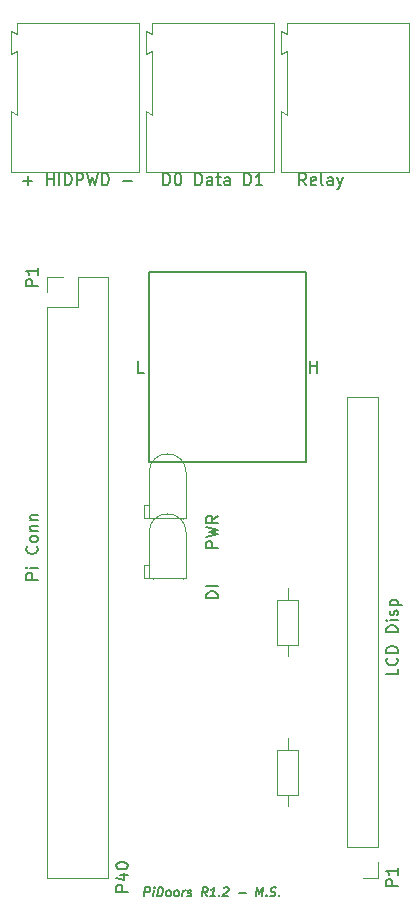
<source format=gbr>
%TF.GenerationSoftware,KiCad,Pcbnew,(5.1.8)-1*%
%TF.CreationDate,2020-12-08T02:20:49-08:00*%
%TF.ProjectId,pihidscan,70696869-6473-4636-916e-2e6b69636164,rev?*%
%TF.SameCoordinates,Original*%
%TF.FileFunction,Legend,Top*%
%TF.FilePolarity,Positive*%
%FSLAX46Y46*%
G04 Gerber Fmt 4.6, Leading zero omitted, Abs format (unit mm)*
G04 Created by KiCad (PCBNEW (5.1.8)-1) date 2020-12-08 02:20:49*
%MOMM*%
%LPD*%
G01*
G04 APERTURE LIST*
%ADD10C,0.150000*%
%ADD11C,0.120000*%
%ADD12C,0.127000*%
G04 APERTURE END LIST*
D10*
X65345535Y-108289285D02*
X65439285Y-107539285D01*
X65725000Y-107539285D01*
X65791964Y-107575000D01*
X65823214Y-107610714D01*
X65850000Y-107682142D01*
X65836607Y-107789285D01*
X65791964Y-107860714D01*
X65751785Y-107896428D01*
X65675892Y-107932142D01*
X65390178Y-107932142D01*
X66095535Y-108289285D02*
X66158035Y-107789285D01*
X66189285Y-107539285D02*
X66149107Y-107575000D01*
X66180357Y-107610714D01*
X66220535Y-107575000D01*
X66189285Y-107539285D01*
X66180357Y-107610714D01*
X66452678Y-108289285D02*
X66546428Y-107539285D01*
X66725000Y-107539285D01*
X66827678Y-107575000D01*
X66890178Y-107646428D01*
X66916964Y-107717857D01*
X66934821Y-107860714D01*
X66921428Y-107967857D01*
X66867857Y-108110714D01*
X66823214Y-108182142D01*
X66742857Y-108253571D01*
X66631250Y-108289285D01*
X66452678Y-108289285D01*
X67309821Y-108289285D02*
X67242857Y-108253571D01*
X67211607Y-108217857D01*
X67184821Y-108146428D01*
X67211607Y-107932142D01*
X67256250Y-107860714D01*
X67296428Y-107825000D01*
X67372321Y-107789285D01*
X67479464Y-107789285D01*
X67546428Y-107825000D01*
X67577678Y-107860714D01*
X67604464Y-107932142D01*
X67577678Y-108146428D01*
X67533035Y-108217857D01*
X67492857Y-108253571D01*
X67416964Y-108289285D01*
X67309821Y-108289285D01*
X67988392Y-108289285D02*
X67921428Y-108253571D01*
X67890178Y-108217857D01*
X67863392Y-108146428D01*
X67890178Y-107932142D01*
X67934821Y-107860714D01*
X67975000Y-107825000D01*
X68050892Y-107789285D01*
X68158035Y-107789285D01*
X68225000Y-107825000D01*
X68256250Y-107860714D01*
X68283035Y-107932142D01*
X68256250Y-108146428D01*
X68211607Y-108217857D01*
X68171428Y-108253571D01*
X68095535Y-108289285D01*
X67988392Y-108289285D01*
X68559821Y-108289285D02*
X68622321Y-107789285D01*
X68604464Y-107932142D02*
X68649107Y-107860714D01*
X68689285Y-107825000D01*
X68765178Y-107789285D01*
X68836607Y-107789285D01*
X68992857Y-108253571D02*
X69059821Y-108289285D01*
X69202678Y-108289285D01*
X69278571Y-108253571D01*
X69323214Y-108182142D01*
X69327678Y-108146428D01*
X69300892Y-108075000D01*
X69233928Y-108039285D01*
X69126785Y-108039285D01*
X69059821Y-108003571D01*
X69033035Y-107932142D01*
X69037500Y-107896428D01*
X69082142Y-107825000D01*
X69158035Y-107789285D01*
X69265178Y-107789285D01*
X69332142Y-107825000D01*
X70631250Y-108289285D02*
X70425892Y-107932142D01*
X70202678Y-108289285D02*
X70296428Y-107539285D01*
X70582142Y-107539285D01*
X70649107Y-107575000D01*
X70680357Y-107610714D01*
X70707142Y-107682142D01*
X70693750Y-107789285D01*
X70649107Y-107860714D01*
X70608928Y-107896428D01*
X70533035Y-107932142D01*
X70247321Y-107932142D01*
X71345535Y-108289285D02*
X70916964Y-108289285D01*
X71131250Y-108289285D02*
X71225000Y-107539285D01*
X71140178Y-107646428D01*
X71059821Y-107717857D01*
X70983928Y-107753571D01*
X71675892Y-108217857D02*
X71707142Y-108253571D01*
X71666964Y-108289285D01*
X71635714Y-108253571D01*
X71675892Y-108217857D01*
X71666964Y-108289285D01*
X72073214Y-107610714D02*
X72113392Y-107575000D01*
X72189285Y-107539285D01*
X72367857Y-107539285D01*
X72434821Y-107575000D01*
X72466071Y-107610714D01*
X72492857Y-107682142D01*
X72483928Y-107753571D01*
X72434821Y-107860714D01*
X71952678Y-108289285D01*
X72416964Y-108289285D01*
X73345535Y-108003571D02*
X73916964Y-108003571D01*
X74809821Y-108289285D02*
X74903571Y-107539285D01*
X75086607Y-108075000D01*
X75403571Y-107539285D01*
X75309821Y-108289285D01*
X75675892Y-108217857D02*
X75707142Y-108253571D01*
X75666964Y-108289285D01*
X75635714Y-108253571D01*
X75675892Y-108217857D01*
X75666964Y-108289285D01*
X75992857Y-108253571D02*
X76095535Y-108289285D01*
X76274107Y-108289285D01*
X76350000Y-108253571D01*
X76390178Y-108217857D01*
X76434821Y-108146428D01*
X76443750Y-108075000D01*
X76416964Y-108003571D01*
X76385714Y-107967857D01*
X76318750Y-107932142D01*
X76180357Y-107896428D01*
X76113392Y-107860714D01*
X76082142Y-107825000D01*
X76055357Y-107753571D01*
X76064285Y-107682142D01*
X76108928Y-107610714D01*
X76149107Y-107575000D01*
X76225000Y-107539285D01*
X76403571Y-107539285D01*
X76506250Y-107575000D01*
X76747321Y-108217857D02*
X76778571Y-108253571D01*
X76738392Y-108289285D01*
X76707142Y-108253571D01*
X76747321Y-108217857D01*
X76738392Y-108289285D01*
X86812380Y-107418095D02*
X85812380Y-107418095D01*
X85812380Y-107037142D01*
X85860000Y-106941904D01*
X85907619Y-106894285D01*
X86002857Y-106846666D01*
X86145714Y-106846666D01*
X86240952Y-106894285D01*
X86288571Y-106941904D01*
X86336190Y-107037142D01*
X86336190Y-107418095D01*
X86812380Y-105894285D02*
X86812380Y-106465714D01*
X86812380Y-106180000D02*
X85812380Y-106180000D01*
X85955238Y-106275238D01*
X86050476Y-106370476D01*
X86098095Y-106465714D01*
X63952380Y-107894285D02*
X62952380Y-107894285D01*
X62952380Y-107513333D01*
X63000000Y-107418095D01*
X63047619Y-107370476D01*
X63142857Y-107322857D01*
X63285714Y-107322857D01*
X63380952Y-107370476D01*
X63428571Y-107418095D01*
X63476190Y-107513333D01*
X63476190Y-107894285D01*
X63285714Y-106465714D02*
X63952380Y-106465714D01*
X62904761Y-106703809D02*
X63619047Y-106941904D01*
X63619047Y-106322857D01*
X62952380Y-105751428D02*
X62952380Y-105656190D01*
X63000000Y-105560952D01*
X63047619Y-105513333D01*
X63142857Y-105465714D01*
X63333333Y-105418095D01*
X63571428Y-105418095D01*
X63761904Y-105465714D01*
X63857142Y-105513333D01*
X63904761Y-105560952D01*
X63952380Y-105656190D01*
X63952380Y-105751428D01*
X63904761Y-105846666D01*
X63857142Y-105894285D01*
X63761904Y-105941904D01*
X63571428Y-105989523D01*
X63333333Y-105989523D01*
X63142857Y-105941904D01*
X63047619Y-105894285D01*
X63000000Y-105846666D01*
X62952380Y-105751428D01*
X56332380Y-56618095D02*
X55332380Y-56618095D01*
X55332380Y-56237142D01*
X55380000Y-56141904D01*
X55427619Y-56094285D01*
X55522857Y-56046666D01*
X55665714Y-56046666D01*
X55760952Y-56094285D01*
X55808571Y-56141904D01*
X55856190Y-56237142D01*
X55856190Y-56618095D01*
X56332380Y-55094285D02*
X56332380Y-55665714D01*
X56332380Y-55380000D02*
X55332380Y-55380000D01*
X55475238Y-55475238D01*
X55570476Y-55570476D01*
X55618095Y-55665714D01*
D11*
%TO.C,LCD Disp*%
X85150000Y-65980000D02*
X82490000Y-65980000D01*
X85150000Y-104140000D02*
X85150000Y-65980000D01*
X82490000Y-104140000D02*
X82490000Y-65980000D01*
X85150000Y-104140000D02*
X82490000Y-104140000D01*
X85150000Y-105410000D02*
X85150000Y-106740000D01*
X85150000Y-106740000D02*
X83820000Y-106740000D01*
%TO.C,Pi Conn*%
X57090000Y-106740000D02*
X62290000Y-106740000D01*
X57090000Y-58420000D02*
X57090000Y-106740000D01*
X62290000Y-55820000D02*
X62290000Y-106740000D01*
X57090000Y-58420000D02*
X59690000Y-58420000D01*
X59690000Y-58420000D02*
X59690000Y-55820000D01*
X59690000Y-55820000D02*
X62290000Y-55820000D01*
X57090000Y-57150000D02*
X57090000Y-55820000D01*
X57090000Y-55820000D02*
X58420000Y-55820000D01*
%TO.C,PWR*%
X65750000Y-72400000D02*
G75*
G02*
X68870000Y-72400000I1560000J0D01*
G01*
X68870000Y-76260000D02*
X68870000Y-72400000D01*
X65750000Y-76260000D02*
X65750000Y-72400000D01*
X68870000Y-76260000D02*
X65750000Y-76260000D01*
X65350000Y-76260000D02*
X65350000Y-75140000D01*
X65350000Y-75140000D02*
X65750000Y-75140000D01*
X65750000Y-75140000D02*
X65750000Y-76260000D01*
X65750000Y-76260000D02*
X65350000Y-76260000D01*
X68580000Y-76390000D02*
X68580000Y-76260000D01*
X68580000Y-76260000D02*
X68580000Y-76260000D01*
X68580000Y-76260000D02*
X68580000Y-76390000D01*
X68580000Y-76390000D02*
X68580000Y-76390000D01*
X66040000Y-76390000D02*
X66040000Y-76260000D01*
X66040000Y-76260000D02*
X66040000Y-76260000D01*
X66040000Y-76260000D02*
X66040000Y-76390000D01*
X66040000Y-76390000D02*
X66040000Y-76390000D01*
%TO.C,DI*%
X65750000Y-77480000D02*
G75*
G02*
X68870000Y-77480000I1560000J0D01*
G01*
X68870000Y-81340000D02*
X68870000Y-77480000D01*
X65750000Y-81340000D02*
X65750000Y-77480000D01*
X68870000Y-81340000D02*
X65750000Y-81340000D01*
X65350000Y-81340000D02*
X65350000Y-80220000D01*
X65350000Y-80220000D02*
X65750000Y-80220000D01*
X65750000Y-80220000D02*
X65750000Y-81340000D01*
X65750000Y-81340000D02*
X65350000Y-81340000D01*
X68580000Y-81470000D02*
X68580000Y-81340000D01*
X68580000Y-81340000D02*
X68580000Y-81340000D01*
X68580000Y-81340000D02*
X68580000Y-81470000D01*
X68580000Y-81470000D02*
X68580000Y-81470000D01*
X66040000Y-81470000D02*
X66040000Y-81340000D01*
X66040000Y-81340000D02*
X66040000Y-81340000D01*
X66040000Y-81340000D02*
X66040000Y-81470000D01*
X66040000Y-81470000D02*
X66040000Y-81470000D01*
%TO.C,+ HIDPWD -*%
X64880000Y-46940000D02*
X64880000Y-34340000D01*
X64880000Y-34340000D02*
X54530000Y-34340000D01*
X54530000Y-34340000D02*
X54530000Y-35290000D01*
X54530000Y-35290000D02*
X54030000Y-35040000D01*
X54030000Y-35040000D02*
X54030000Y-36940000D01*
X54030000Y-36940000D02*
X54030000Y-36990000D01*
X54030000Y-36990000D02*
X54530000Y-36740000D01*
X54530000Y-36740000D02*
X54530000Y-42140000D01*
X54530000Y-42140000D02*
X54030000Y-41840000D01*
X54030000Y-41840000D02*
X54030000Y-46940000D01*
X54030000Y-46940000D02*
X64880000Y-46940000D01*
D12*
%TO.C,L                  H*%
X79055000Y-55475000D02*
X79055000Y-71525000D01*
X79055000Y-71525000D02*
X65725000Y-71525000D01*
X65725000Y-71525000D02*
X65725000Y-55475000D01*
X65725000Y-55475000D02*
X79055000Y-55475000D01*
D11*
%TO.C,R2*%
X78390000Y-83170000D02*
X76550000Y-83170000D01*
X76550000Y-83170000D02*
X76550000Y-87010000D01*
X76550000Y-87010000D02*
X78390000Y-87010000D01*
X78390000Y-87010000D02*
X78390000Y-83170000D01*
X77470000Y-82220000D02*
X77470000Y-83170000D01*
X77470000Y-87960000D02*
X77470000Y-87010000D01*
%TO.C,R1*%
X76550000Y-99710000D02*
X78390000Y-99710000D01*
X78390000Y-99710000D02*
X78390000Y-95870000D01*
X78390000Y-95870000D02*
X76550000Y-95870000D01*
X76550000Y-95870000D02*
X76550000Y-99710000D01*
X77470000Y-100660000D02*
X77470000Y-99710000D01*
X77470000Y-94920000D02*
X77470000Y-95870000D01*
%TO.C,Relay      *%
X87740000Y-46940000D02*
X87740000Y-34340000D01*
X87740000Y-34340000D02*
X77390000Y-34340000D01*
X77390000Y-34340000D02*
X77390000Y-35290000D01*
X77390000Y-35290000D02*
X76890000Y-35040000D01*
X76890000Y-35040000D02*
X76890000Y-36940000D01*
X76890000Y-36940000D02*
X76890000Y-36990000D01*
X76890000Y-36990000D02*
X77390000Y-36740000D01*
X77390000Y-36740000D02*
X77390000Y-42140000D01*
X77390000Y-42140000D02*
X76890000Y-41840000D01*
X76890000Y-41840000D02*
X76890000Y-46940000D01*
X76890000Y-46940000D02*
X87740000Y-46940000D01*
%TO.C,D0 Data D1*%
X76310000Y-46940000D02*
X76310000Y-34340000D01*
X76310000Y-34340000D02*
X65960000Y-34340000D01*
X65960000Y-34340000D02*
X65960000Y-35290000D01*
X65960000Y-35290000D02*
X65460000Y-35040000D01*
X65460000Y-35040000D02*
X65460000Y-36940000D01*
X65460000Y-36940000D02*
X65460000Y-36990000D01*
X65460000Y-36990000D02*
X65960000Y-36740000D01*
X65960000Y-36740000D02*
X65960000Y-42140000D01*
X65960000Y-42140000D02*
X65460000Y-41840000D01*
X65460000Y-41840000D02*
X65460000Y-46940000D01*
X65460000Y-46940000D02*
X76310000Y-46940000D01*
%TO.C,LCD Disp*%
D10*
X86812380Y-89026666D02*
X86812380Y-89502857D01*
X85812380Y-89502857D01*
X86717142Y-88121904D02*
X86764761Y-88169523D01*
X86812380Y-88312380D01*
X86812380Y-88407619D01*
X86764761Y-88550476D01*
X86669523Y-88645714D01*
X86574285Y-88693333D01*
X86383809Y-88740952D01*
X86240952Y-88740952D01*
X86050476Y-88693333D01*
X85955238Y-88645714D01*
X85860000Y-88550476D01*
X85812380Y-88407619D01*
X85812380Y-88312380D01*
X85860000Y-88169523D01*
X85907619Y-88121904D01*
X86812380Y-87693333D02*
X85812380Y-87693333D01*
X85812380Y-87455238D01*
X85860000Y-87312380D01*
X85955238Y-87217142D01*
X86050476Y-87169523D01*
X86240952Y-87121904D01*
X86383809Y-87121904D01*
X86574285Y-87169523D01*
X86669523Y-87217142D01*
X86764761Y-87312380D01*
X86812380Y-87455238D01*
X86812380Y-87693333D01*
X86812380Y-85931428D02*
X85812380Y-85931428D01*
X85812380Y-85693333D01*
X85860000Y-85550476D01*
X85955238Y-85455238D01*
X86050476Y-85407619D01*
X86240952Y-85360000D01*
X86383809Y-85360000D01*
X86574285Y-85407619D01*
X86669523Y-85455238D01*
X86764761Y-85550476D01*
X86812380Y-85693333D01*
X86812380Y-85931428D01*
X86812380Y-84931428D02*
X86145714Y-84931428D01*
X85812380Y-84931428D02*
X85860000Y-84979047D01*
X85907619Y-84931428D01*
X85860000Y-84883809D01*
X85812380Y-84931428D01*
X85907619Y-84931428D01*
X86764761Y-84502857D02*
X86812380Y-84407619D01*
X86812380Y-84217142D01*
X86764761Y-84121904D01*
X86669523Y-84074285D01*
X86621904Y-84074285D01*
X86526666Y-84121904D01*
X86479047Y-84217142D01*
X86479047Y-84360000D01*
X86431428Y-84455238D01*
X86336190Y-84502857D01*
X86288571Y-84502857D01*
X86193333Y-84455238D01*
X86145714Y-84360000D01*
X86145714Y-84217142D01*
X86193333Y-84121904D01*
X86145714Y-83645714D02*
X87145714Y-83645714D01*
X86193333Y-83645714D02*
X86145714Y-83550476D01*
X86145714Y-83360000D01*
X86193333Y-83264761D01*
X86240952Y-83217142D01*
X86336190Y-83169523D01*
X86621904Y-83169523D01*
X86717142Y-83217142D01*
X86764761Y-83264761D01*
X86812380Y-83360000D01*
X86812380Y-83550476D01*
X86764761Y-83645714D01*
%TO.C,Pi Conn*%
X56332380Y-81478095D02*
X55332380Y-81478095D01*
X55332380Y-81097142D01*
X55380000Y-81001904D01*
X55427619Y-80954285D01*
X55522857Y-80906666D01*
X55665714Y-80906666D01*
X55760952Y-80954285D01*
X55808571Y-81001904D01*
X55856190Y-81097142D01*
X55856190Y-81478095D01*
X56332380Y-80478095D02*
X55665714Y-80478095D01*
X55332380Y-80478095D02*
X55380000Y-80525714D01*
X55427619Y-80478095D01*
X55380000Y-80430476D01*
X55332380Y-80478095D01*
X55427619Y-80478095D01*
X56237142Y-78668571D02*
X56284761Y-78716190D01*
X56332380Y-78859047D01*
X56332380Y-78954285D01*
X56284761Y-79097142D01*
X56189523Y-79192380D01*
X56094285Y-79240000D01*
X55903809Y-79287619D01*
X55760952Y-79287619D01*
X55570476Y-79240000D01*
X55475238Y-79192380D01*
X55380000Y-79097142D01*
X55332380Y-78954285D01*
X55332380Y-78859047D01*
X55380000Y-78716190D01*
X55427619Y-78668571D01*
X56332380Y-78097142D02*
X56284761Y-78192380D01*
X56237142Y-78240000D01*
X56141904Y-78287619D01*
X55856190Y-78287619D01*
X55760952Y-78240000D01*
X55713333Y-78192380D01*
X55665714Y-78097142D01*
X55665714Y-77954285D01*
X55713333Y-77859047D01*
X55760952Y-77811428D01*
X55856190Y-77763809D01*
X56141904Y-77763809D01*
X56237142Y-77811428D01*
X56284761Y-77859047D01*
X56332380Y-77954285D01*
X56332380Y-78097142D01*
X55665714Y-77335238D02*
X56332380Y-77335238D01*
X55760952Y-77335238D02*
X55713333Y-77287619D01*
X55665714Y-77192380D01*
X55665714Y-77049523D01*
X55713333Y-76954285D01*
X55808571Y-76906666D01*
X56332380Y-76906666D01*
X55665714Y-76430476D02*
X56332380Y-76430476D01*
X55760952Y-76430476D02*
X55713333Y-76382857D01*
X55665714Y-76287619D01*
X55665714Y-76144761D01*
X55713333Y-76049523D01*
X55808571Y-76001904D01*
X56332380Y-76001904D01*
%TO.C,PWR*%
X71572380Y-78803333D02*
X70572380Y-78803333D01*
X70572380Y-78422380D01*
X70620000Y-78327142D01*
X70667619Y-78279523D01*
X70762857Y-78231904D01*
X70905714Y-78231904D01*
X71000952Y-78279523D01*
X71048571Y-78327142D01*
X71096190Y-78422380D01*
X71096190Y-78803333D01*
X70572380Y-77898571D02*
X71572380Y-77660476D01*
X70858095Y-77470000D01*
X71572380Y-77279523D01*
X70572380Y-77041428D01*
X71572380Y-76089047D02*
X71096190Y-76422380D01*
X71572380Y-76660476D02*
X70572380Y-76660476D01*
X70572380Y-76279523D01*
X70620000Y-76184285D01*
X70667619Y-76136666D01*
X70762857Y-76089047D01*
X70905714Y-76089047D01*
X71000952Y-76136666D01*
X71048571Y-76184285D01*
X71096190Y-76279523D01*
X71096190Y-76660476D01*
%TO.C,DI*%
X71572380Y-83050000D02*
X70572380Y-83050000D01*
X70572380Y-82811904D01*
X70620000Y-82669047D01*
X70715238Y-82573809D01*
X70810476Y-82526190D01*
X71000952Y-82478571D01*
X71143809Y-82478571D01*
X71334285Y-82526190D01*
X71429523Y-82573809D01*
X71524761Y-82669047D01*
X71572380Y-82811904D01*
X71572380Y-83050000D01*
X71572380Y-82050000D02*
X70572380Y-82050000D01*
%TO.C,+ HIDPWD -*%
X55094761Y-47701428D02*
X55856666Y-47701428D01*
X55475714Y-48082380D02*
X55475714Y-47320476D01*
X57094761Y-48082380D02*
X57094761Y-47082380D01*
X57094761Y-47558571D02*
X57666190Y-47558571D01*
X57666190Y-48082380D02*
X57666190Y-47082380D01*
X58142380Y-48082380D02*
X58142380Y-47082380D01*
X58618571Y-48082380D02*
X58618571Y-47082380D01*
X58856666Y-47082380D01*
X58999523Y-47130000D01*
X59094761Y-47225238D01*
X59142380Y-47320476D01*
X59190000Y-47510952D01*
X59190000Y-47653809D01*
X59142380Y-47844285D01*
X59094761Y-47939523D01*
X58999523Y-48034761D01*
X58856666Y-48082380D01*
X58618571Y-48082380D01*
X59618571Y-48082380D02*
X59618571Y-47082380D01*
X59999523Y-47082380D01*
X60094761Y-47130000D01*
X60142380Y-47177619D01*
X60190000Y-47272857D01*
X60190000Y-47415714D01*
X60142380Y-47510952D01*
X60094761Y-47558571D01*
X59999523Y-47606190D01*
X59618571Y-47606190D01*
X60523333Y-47082380D02*
X60761428Y-48082380D01*
X60951904Y-47368095D01*
X61142380Y-48082380D01*
X61380476Y-47082380D01*
X61761428Y-48082380D02*
X61761428Y-47082380D01*
X61999523Y-47082380D01*
X62142380Y-47130000D01*
X62237619Y-47225238D01*
X62285238Y-47320476D01*
X62332857Y-47510952D01*
X62332857Y-47653809D01*
X62285238Y-47844285D01*
X62237619Y-47939523D01*
X62142380Y-48034761D01*
X61999523Y-48082380D01*
X61761428Y-48082380D01*
X63523333Y-47701428D02*
X64285238Y-47701428D01*
%TO.C,L                  H*%
X65318571Y-63952380D02*
X64842380Y-63952380D01*
X64842380Y-62952380D01*
X79366190Y-63952380D02*
X79366190Y-62952380D01*
X79366190Y-63428571D02*
X79937619Y-63428571D01*
X79937619Y-63952380D02*
X79937619Y-62952380D01*
%TO.C,Relay      *%
X79050000Y-48082380D02*
X78716666Y-47606190D01*
X78478571Y-48082380D02*
X78478571Y-47082380D01*
X78859523Y-47082380D01*
X78954761Y-47130000D01*
X79002380Y-47177619D01*
X79050000Y-47272857D01*
X79050000Y-47415714D01*
X79002380Y-47510952D01*
X78954761Y-47558571D01*
X78859523Y-47606190D01*
X78478571Y-47606190D01*
X79859523Y-48034761D02*
X79764285Y-48082380D01*
X79573809Y-48082380D01*
X79478571Y-48034761D01*
X79430952Y-47939523D01*
X79430952Y-47558571D01*
X79478571Y-47463333D01*
X79573809Y-47415714D01*
X79764285Y-47415714D01*
X79859523Y-47463333D01*
X79907142Y-47558571D01*
X79907142Y-47653809D01*
X79430952Y-47749047D01*
X80478571Y-48082380D02*
X80383333Y-48034761D01*
X80335714Y-47939523D01*
X80335714Y-47082380D01*
X81288095Y-48082380D02*
X81288095Y-47558571D01*
X81240476Y-47463333D01*
X81145238Y-47415714D01*
X80954761Y-47415714D01*
X80859523Y-47463333D01*
X81288095Y-48034761D02*
X81192857Y-48082380D01*
X80954761Y-48082380D01*
X80859523Y-48034761D01*
X80811904Y-47939523D01*
X80811904Y-47844285D01*
X80859523Y-47749047D01*
X80954761Y-47701428D01*
X81192857Y-47701428D01*
X81288095Y-47653809D01*
X81669047Y-47415714D02*
X81907142Y-48082380D01*
X82145238Y-47415714D02*
X81907142Y-48082380D01*
X81811904Y-48320476D01*
X81764285Y-48368095D01*
X81669047Y-48415714D01*
%TO.C,D0 Data D1*%
X66953333Y-48082380D02*
X66953333Y-47082380D01*
X67191428Y-47082380D01*
X67334285Y-47130000D01*
X67429523Y-47225238D01*
X67477142Y-47320476D01*
X67524761Y-47510952D01*
X67524761Y-47653809D01*
X67477142Y-47844285D01*
X67429523Y-47939523D01*
X67334285Y-48034761D01*
X67191428Y-48082380D01*
X66953333Y-48082380D01*
X68143809Y-47082380D02*
X68239047Y-47082380D01*
X68334285Y-47130000D01*
X68381904Y-47177619D01*
X68429523Y-47272857D01*
X68477142Y-47463333D01*
X68477142Y-47701428D01*
X68429523Y-47891904D01*
X68381904Y-47987142D01*
X68334285Y-48034761D01*
X68239047Y-48082380D01*
X68143809Y-48082380D01*
X68048571Y-48034761D01*
X68000952Y-47987142D01*
X67953333Y-47891904D01*
X67905714Y-47701428D01*
X67905714Y-47463333D01*
X67953333Y-47272857D01*
X68000952Y-47177619D01*
X68048571Y-47130000D01*
X68143809Y-47082380D01*
X69667619Y-48082380D02*
X69667619Y-47082380D01*
X69905714Y-47082380D01*
X70048571Y-47130000D01*
X70143809Y-47225238D01*
X70191428Y-47320476D01*
X70239047Y-47510952D01*
X70239047Y-47653809D01*
X70191428Y-47844285D01*
X70143809Y-47939523D01*
X70048571Y-48034761D01*
X69905714Y-48082380D01*
X69667619Y-48082380D01*
X71096190Y-48082380D02*
X71096190Y-47558571D01*
X71048571Y-47463333D01*
X70953333Y-47415714D01*
X70762857Y-47415714D01*
X70667619Y-47463333D01*
X71096190Y-48034761D02*
X71000952Y-48082380D01*
X70762857Y-48082380D01*
X70667619Y-48034761D01*
X70620000Y-47939523D01*
X70620000Y-47844285D01*
X70667619Y-47749047D01*
X70762857Y-47701428D01*
X71000952Y-47701428D01*
X71096190Y-47653809D01*
X71429523Y-47415714D02*
X71810476Y-47415714D01*
X71572380Y-47082380D02*
X71572380Y-47939523D01*
X71620000Y-48034761D01*
X71715238Y-48082380D01*
X71810476Y-48082380D01*
X72572380Y-48082380D02*
X72572380Y-47558571D01*
X72524761Y-47463333D01*
X72429523Y-47415714D01*
X72239047Y-47415714D01*
X72143809Y-47463333D01*
X72572380Y-48034761D02*
X72477142Y-48082380D01*
X72239047Y-48082380D01*
X72143809Y-48034761D01*
X72096190Y-47939523D01*
X72096190Y-47844285D01*
X72143809Y-47749047D01*
X72239047Y-47701428D01*
X72477142Y-47701428D01*
X72572380Y-47653809D01*
X73810476Y-48082380D02*
X73810476Y-47082380D01*
X74048571Y-47082380D01*
X74191428Y-47130000D01*
X74286666Y-47225238D01*
X74334285Y-47320476D01*
X74381904Y-47510952D01*
X74381904Y-47653809D01*
X74334285Y-47844285D01*
X74286666Y-47939523D01*
X74191428Y-48034761D01*
X74048571Y-48082380D01*
X73810476Y-48082380D01*
X75334285Y-48082380D02*
X74762857Y-48082380D01*
X75048571Y-48082380D02*
X75048571Y-47082380D01*
X74953333Y-47225238D01*
X74858095Y-47320476D01*
X74762857Y-47368095D01*
%TD*%
M02*

</source>
